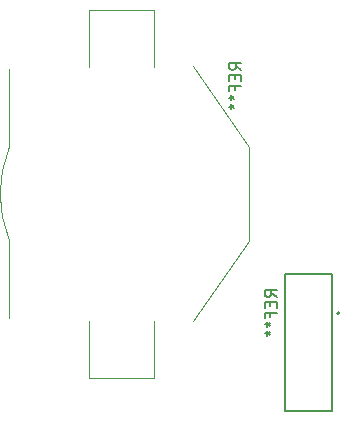
<source format=gbr>
%TF.GenerationSoftware,KiCad,Pcbnew,8.0.1*%
%TF.CreationDate,2024-05-14T10:47:47-06:00*%
%TF.ProjectId,Badge Balam,42616467-6520-4426-916c-616d2e6b6963,rev?*%
%TF.SameCoordinates,Original*%
%TF.FileFunction,Legend,Bot*%
%TF.FilePolarity,Positive*%
%FSLAX46Y46*%
G04 Gerber Fmt 4.6, Leading zero omitted, Abs format (unit mm)*
G04 Created by KiCad (PCBNEW 8.0.1) date 2024-05-14 10:47:47*
%MOMM*%
%LPD*%
G01*
G04 APERTURE LIST*
%ADD10C,0.150000*%
%ADD11C,0.127000*%
%ADD12C,0.200000*%
%ADD13C,0.120000*%
G04 APERTURE END LIST*
D10*
X163379819Y-80726666D02*
X162903628Y-80393333D01*
X163379819Y-80155238D02*
X162379819Y-80155238D01*
X162379819Y-80155238D02*
X162379819Y-80536190D01*
X162379819Y-80536190D02*
X162427438Y-80631428D01*
X162427438Y-80631428D02*
X162475057Y-80679047D01*
X162475057Y-80679047D02*
X162570295Y-80726666D01*
X162570295Y-80726666D02*
X162713152Y-80726666D01*
X162713152Y-80726666D02*
X162808390Y-80679047D01*
X162808390Y-80679047D02*
X162856009Y-80631428D01*
X162856009Y-80631428D02*
X162903628Y-80536190D01*
X162903628Y-80536190D02*
X162903628Y-80155238D01*
X162856009Y-81155238D02*
X162856009Y-81488571D01*
X163379819Y-81631428D02*
X163379819Y-81155238D01*
X163379819Y-81155238D02*
X162379819Y-81155238D01*
X162379819Y-81155238D02*
X162379819Y-81631428D01*
X162856009Y-82393333D02*
X162856009Y-82060000D01*
X163379819Y-82060000D02*
X162379819Y-82060000D01*
X162379819Y-82060000D02*
X162379819Y-82536190D01*
X162379819Y-83060000D02*
X162617914Y-83060000D01*
X162522676Y-82821905D02*
X162617914Y-83060000D01*
X162617914Y-83060000D02*
X162522676Y-83298095D01*
X162808390Y-82917143D02*
X162617914Y-83060000D01*
X162617914Y-83060000D02*
X162808390Y-83202857D01*
X162379819Y-83821905D02*
X162617914Y-83821905D01*
X162522676Y-83583810D02*
X162617914Y-83821905D01*
X162617914Y-83821905D02*
X162522676Y-84060000D01*
X162808390Y-83679048D02*
X162617914Y-83821905D01*
X162617914Y-83821905D02*
X162808390Y-83964762D01*
X160378575Y-61516666D02*
X159902384Y-61183333D01*
X160378575Y-60945238D02*
X159378575Y-60945238D01*
X159378575Y-60945238D02*
X159378575Y-61326190D01*
X159378575Y-61326190D02*
X159426194Y-61421428D01*
X159426194Y-61421428D02*
X159473813Y-61469047D01*
X159473813Y-61469047D02*
X159569051Y-61516666D01*
X159569051Y-61516666D02*
X159711908Y-61516666D01*
X159711908Y-61516666D02*
X159807146Y-61469047D01*
X159807146Y-61469047D02*
X159854765Y-61421428D01*
X159854765Y-61421428D02*
X159902384Y-61326190D01*
X159902384Y-61326190D02*
X159902384Y-60945238D01*
X159854765Y-61945238D02*
X159854765Y-62278571D01*
X160378575Y-62421428D02*
X160378575Y-61945238D01*
X160378575Y-61945238D02*
X159378575Y-61945238D01*
X159378575Y-61945238D02*
X159378575Y-62421428D01*
X159854765Y-63183333D02*
X159854765Y-62850000D01*
X160378575Y-62850000D02*
X159378575Y-62850000D01*
X159378575Y-62850000D02*
X159378575Y-63326190D01*
X159378575Y-63850000D02*
X159616670Y-63850000D01*
X159521432Y-63611905D02*
X159616670Y-63850000D01*
X159616670Y-63850000D02*
X159521432Y-64088095D01*
X159807146Y-63707143D02*
X159616670Y-63850000D01*
X159616670Y-63850000D02*
X159807146Y-63992857D01*
X159378575Y-64611905D02*
X159616670Y-64611905D01*
X159521432Y-64373810D02*
X159616670Y-64611905D01*
X159616670Y-64611905D02*
X159521432Y-64850000D01*
X159807146Y-64469048D02*
X159616670Y-64611905D01*
X159616670Y-64611905D02*
X159807146Y-64754762D01*
D11*
%TO.C,REF\u002A\u002A*%
X164100000Y-78800000D02*
X168100000Y-78800000D01*
X164100000Y-90400000D02*
X164100000Y-78800000D01*
X168100000Y-78800000D02*
X168100000Y-90400000D01*
X168100000Y-90400000D02*
X164100000Y-90400000D01*
D12*
X168700000Y-82100000D02*
G75*
G02*
X168500000Y-82100000I-100000J0D01*
G01*
X168500000Y-82100000D02*
G75*
G02*
X168700000Y-82100000I100000J0D01*
G01*
D13*
X140723756Y-68150000D02*
X140723756Y-61450000D01*
X140723756Y-75850000D02*
X140723756Y-82550000D01*
X147473756Y-56450000D02*
X147473756Y-61250000D01*
X147473756Y-82750000D02*
X147473756Y-87550000D01*
X147473756Y-87550000D02*
X152973756Y-87550000D01*
X152973756Y-56450000D02*
X147473756Y-56450000D01*
X152973756Y-61250000D02*
X152973756Y-56450000D01*
X152973756Y-87550000D02*
X152973756Y-82750000D01*
X156273756Y-82750000D02*
X161073756Y-75950000D01*
X161073756Y-68050000D02*
X156273756Y-61200000D01*
X161073756Y-75950000D02*
X161073756Y-68050000D01*
X140723757Y-75850000D02*
G75*
G02*
X140722293Y-68153615I9499999J3850000D01*
G01*
%TD*%
M02*

</source>
